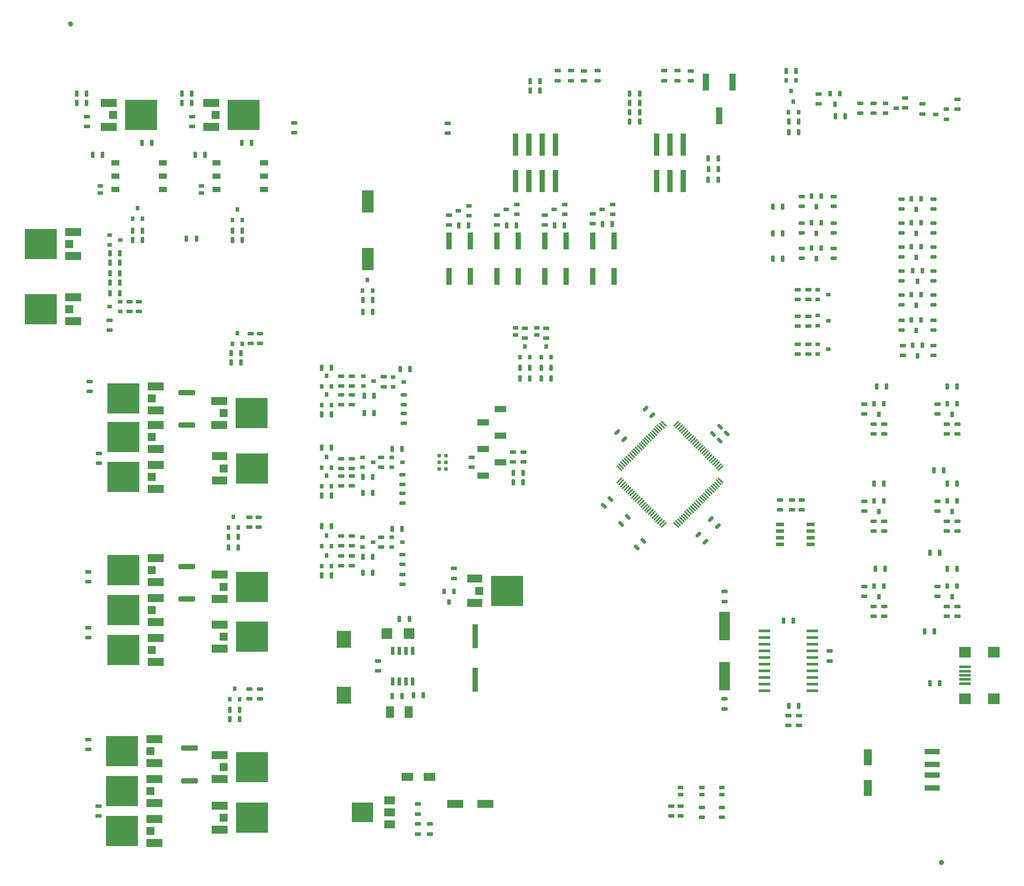
<source format=gtp>
G04*
G04 #@! TF.GenerationSoftware,Altium Limited,Altium Designer,19.0.10 (269)*
G04*
G04 Layer_Color=8421504*
%FSLAX25Y25*%
%MOIN*%
G70*
G01*
G75*
%ADD21R,0.09053X0.01967*%
%ADD22R,0.09053X0.07873*%
%ADD23C,0.03937*%
%ADD24R,0.08000X0.08000*%
%ADD25R,0.03150X0.03543*%
%ADD26R,0.03543X0.03150*%
%ADD27R,0.03000X0.04000*%
%ADD28R,0.04000X0.03000*%
G04:AMPARAMS|DCode=29|XSize=39.37mil|YSize=125.98mil|CornerRadius=9.84mil|HoleSize=0mil|Usage=FLASHONLY|Rotation=270.000|XOffset=0mil|YOffset=0mil|HoleType=Round|Shape=RoundedRectangle|*
%AMROUNDEDRECTD29*
21,1,0.03937,0.10630,0,0,270.0*
21,1,0.01968,0.12598,0,0,270.0*
1,1,0.01968,-0.05315,-0.00984*
1,1,0.01968,-0.05315,0.00984*
1,1,0.01968,0.05315,0.00984*
1,1,0.01968,0.05315,-0.00984*
%
%ADD29ROUNDEDRECTD29*%
%ADD30R,0.06299X0.12008*%
G04:AMPARAMS|DCode=31|XSize=27.56mil|YSize=49.21mil|CornerRadius=6.89mil|HoleSize=0mil|Usage=FLASHONLY|Rotation=90.000|XOffset=0mil|YOffset=0mil|HoleType=Round|Shape=RoundedRectangle|*
%AMROUNDEDRECTD31*
21,1,0.02756,0.03543,0,0,90.0*
21,1,0.01378,0.04921,0,0,90.0*
1,1,0.01378,0.01772,0.00689*
1,1,0.01378,0.01772,-0.00689*
1,1,0.01378,-0.01772,-0.00689*
1,1,0.01378,-0.01772,0.00689*
%
%ADD31ROUNDEDRECTD31*%
G04:AMPARAMS|DCode=32|XSize=27.56mil|YSize=49.21mil|CornerRadius=6.89mil|HoleSize=0mil|Usage=FLASHONLY|Rotation=180.000|XOffset=0mil|YOffset=0mil|HoleType=Round|Shape=RoundedRectangle|*
%AMROUNDEDRECTD32*
21,1,0.02756,0.03543,0,0,180.0*
21,1,0.01378,0.04921,0,0,180.0*
1,1,0.01378,-0.00689,0.01772*
1,1,0.01378,0.00689,0.01772*
1,1,0.01378,0.00689,-0.01772*
1,1,0.01378,-0.00689,-0.01772*
%
%ADD32ROUNDEDRECTD32*%
G04:AMPARAMS|DCode=33|XSize=27.56mil|YSize=49.21mil|CornerRadius=6.89mil|HoleSize=0mil|Usage=FLASHONLY|Rotation=45.000|XOffset=0mil|YOffset=0mil|HoleType=Round|Shape=RoundedRectangle|*
%AMROUNDEDRECTD33*
21,1,0.02756,0.03543,0,0,45.0*
21,1,0.01378,0.04921,0,0,45.0*
1,1,0.01378,0.01740,-0.00766*
1,1,0.01378,0.00766,-0.01740*
1,1,0.01378,-0.01740,0.00766*
1,1,0.01378,-0.00766,0.01740*
%
%ADD33ROUNDEDRECTD33*%
G04:AMPARAMS|DCode=34|XSize=27.56mil|YSize=49.21mil|CornerRadius=6.89mil|HoleSize=0mil|Usage=FLASHONLY|Rotation=315.000|XOffset=0mil|YOffset=0mil|HoleType=Round|Shape=RoundedRectangle|*
%AMROUNDEDRECTD34*
21,1,0.02756,0.03543,0,0,315.0*
21,1,0.01378,0.04921,0,0,315.0*
1,1,0.01378,-0.00766,-0.01740*
1,1,0.01378,-0.01740,-0.00766*
1,1,0.01378,0.00766,0.01740*
1,1,0.01378,0.01740,0.00766*
%
%ADD34ROUNDEDRECTD34*%
%ADD35R,0.12008X0.06299*%
%ADD36R,0.10984X0.12598*%
%ADD37R,0.24410X0.22835*%
%ADD38R,0.11811X0.06299*%
%ADD39R,0.06000X0.06299*%
%ADD40R,0.11339X0.04409*%
G04:AMPARAMS|DCode=41|XSize=12mil|YSize=56mil|CornerRadius=0mil|HoleSize=0mil|Usage=FLASHONLY|Rotation=45.000|XOffset=0mil|YOffset=0mil|HoleType=Round|Shape=Rectangle|*
%AMROTATEDRECTD41*
4,1,4,0.01556,-0.02404,-0.02404,0.01556,-0.01556,0.02404,0.02404,-0.01556,0.01556,-0.02404,0.0*
%
%ADD41ROTATEDRECTD41*%

%ADD42R,0.09055X0.02362*%
%ADD43R,0.07874X0.21654*%
%ADD44R,0.03937X0.16929*%
%ADD45R,0.09055X0.06300*%
%ADD46R,0.06000X0.09000*%
%ADD47R,0.04331X0.18307*%
%ADD48R,0.04000X0.02854*%
%ADD49R,0.09055X0.16929*%
%ADD50R,0.08661X0.05000*%
%ADD51R,0.04724X0.12992*%
%ADD52R,0.03937X0.12598*%
G04:AMPARAMS|DCode=53|XSize=12mil|YSize=56mil|CornerRadius=0mil|HoleSize=0mil|Usage=FLASHONLY|Rotation=315.000|XOffset=0mil|YOffset=0mil|HoleType=Round|Shape=Rectangle|*
%AMROTATEDRECTD53*
4,1,4,-0.02404,-0.01556,0.01556,0.02404,0.02404,0.01556,-0.01556,-0.02404,-0.02404,-0.01556,0.0*
%
%ADD53ROTATEDRECTD53*%

%ADD54R,0.08000X0.06000*%
%ADD55R,0.16000X0.15000*%
%ADD56R,0.03030X0.05910*%
%ADD57C,0.03100*%
%ADD58R,0.05984X0.03937*%
%ADD59R,0.05910X0.03030*%
%ADD60R,0.06000X0.06300*%
%ADD61R,0.12000X0.06300*%
D21*
X717500Y155147D02*
D03*
Y152000D02*
D03*
Y148853D02*
D03*
Y145707D02*
D03*
Y158293D02*
D03*
D22*
X717697Y169503D02*
D03*
X739330D02*
D03*
Y134497D02*
D03*
X717697D02*
D03*
D23*
X45500Y641500D02*
D03*
X700000Y11500D02*
D03*
D24*
X283460Y183500D02*
D03*
X300000D02*
D03*
D25*
X588803Y583104D02*
D03*
X585066Y575171D02*
D03*
X592540D02*
D03*
X268763Y448933D02*
D03*
X265027Y441000D02*
D03*
X272500D02*
D03*
X587000Y591033D02*
D03*
X590737Y598967D02*
D03*
X583263D02*
D03*
X390737Y391033D02*
D03*
X383263D02*
D03*
X387000Y398967D02*
D03*
X403000D02*
D03*
X399263Y391033D02*
D03*
X406737D02*
D03*
X238000Y241967D02*
D03*
X234263Y234033D02*
D03*
X241737D02*
D03*
Y249033D02*
D03*
X234263D02*
D03*
X238000Y256967D02*
D03*
Y301967D02*
D03*
X234263Y294033D02*
D03*
X241737D02*
D03*
X172737Y134033D02*
D03*
X165263D02*
D03*
X169000Y141967D02*
D03*
X241737Y308033D02*
D03*
X234263D02*
D03*
X238000Y315967D02*
D03*
X168000Y270967D02*
D03*
X164263Y263033D02*
D03*
X171737D02*
D03*
X238000Y362967D02*
D03*
X234263Y355033D02*
D03*
X241737D02*
D03*
X174737Y401033D02*
D03*
X167263D02*
D03*
X171000Y408967D02*
D03*
X241737Y369033D02*
D03*
X234263D02*
D03*
X238000Y376967D02*
D03*
X96000Y502967D02*
D03*
X92263Y495033D02*
D03*
X99737D02*
D03*
X174737Y494033D02*
D03*
X167263D02*
D03*
X171000Y501967D02*
D03*
D26*
X614967Y397000D02*
D03*
X607033Y400737D02*
D03*
Y393263D02*
D03*
X615000Y418500D02*
D03*
X607067Y422237D02*
D03*
Y414763D02*
D03*
X615000Y438000D02*
D03*
X607067Y441737D02*
D03*
Y434263D02*
D03*
X287033Y248263D02*
D03*
Y255737D02*
D03*
X294967Y252000D02*
D03*
X75033Y475263D02*
D03*
Y482737D02*
D03*
X82967Y479000D02*
D03*
X272967Y252000D02*
D03*
X265033Y255737D02*
D03*
Y248263D02*
D03*
X75033Y429000D02*
D03*
X82967Y425263D02*
D03*
Y432737D02*
D03*
X287033Y308263D02*
D03*
Y315737D02*
D03*
X294967Y312000D02*
D03*
X272967D02*
D03*
X265033Y315737D02*
D03*
Y308263D02*
D03*
X288000Y368527D02*
D03*
Y376000D02*
D03*
X295933Y372263D02*
D03*
X273467Y373000D02*
D03*
X265533Y376737D02*
D03*
Y369263D02*
D03*
D27*
X677250Y510000D02*
D03*
X684750D02*
D03*
X681000Y502000D02*
D03*
Y484000D02*
D03*
X684750Y492000D02*
D03*
X677250D02*
D03*
Y474000D02*
D03*
X684750D02*
D03*
X681000Y466000D02*
D03*
X682000Y448000D02*
D03*
X685750Y456000D02*
D03*
X678250D02*
D03*
X677250Y438000D02*
D03*
X684750D02*
D03*
X681000Y430000D02*
D03*
Y411000D02*
D03*
X684750Y419000D02*
D03*
X677250D02*
D03*
X678250Y400000D02*
D03*
X685750D02*
D03*
X682000Y392000D02*
D03*
X606000Y504000D02*
D03*
X609750Y512000D02*
D03*
X602250D02*
D03*
Y492000D02*
D03*
X609750D02*
D03*
X606000Y484000D02*
D03*
Y465000D02*
D03*
X609750Y473000D02*
D03*
X602250D02*
D03*
X616211Y589000D02*
D03*
X623710D02*
D03*
X619960Y581000D02*
D03*
X708000Y211000D02*
D03*
X711750Y219000D02*
D03*
X704250D02*
D03*
X649250D02*
D03*
X656750D02*
D03*
X653000Y211000D02*
D03*
Y275000D02*
D03*
X656750Y283000D02*
D03*
X649250D02*
D03*
X704250D02*
D03*
X711750D02*
D03*
X708000Y275000D02*
D03*
X653000Y348000D02*
D03*
X656750Y356000D02*
D03*
X649250D02*
D03*
X704250D02*
D03*
X711750D02*
D03*
X708000Y348000D02*
D03*
X326250Y215000D02*
D03*
X333750D02*
D03*
X330000Y207000D02*
D03*
D28*
X703500Y577250D02*
D03*
Y569750D02*
D03*
X695500Y573500D02*
D03*
X337000Y501000D02*
D03*
X345000Y497250D02*
D03*
Y504750D02*
D03*
X381000Y505750D02*
D03*
Y498250D02*
D03*
X373000Y502000D02*
D03*
X409000D02*
D03*
X417000Y498250D02*
D03*
Y505750D02*
D03*
X658000Y574250D02*
D03*
Y581750D02*
D03*
X666000Y578000D02*
D03*
X445000Y502000D02*
D03*
X453000Y498250D02*
D03*
Y505750D02*
D03*
D29*
X133000Y233705D02*
D03*
Y209295D02*
D03*
Y340091D02*
D03*
Y364500D02*
D03*
X135000Y72795D02*
D03*
Y97205D02*
D03*
D30*
X644500Y90185D02*
D03*
Y67350D02*
D03*
D31*
X694000Y509740D02*
D03*
Y502260D02*
D03*
Y484260D02*
D03*
Y491740D02*
D03*
Y473740D02*
D03*
Y466260D02*
D03*
Y448260D02*
D03*
Y455740D02*
D03*
Y437740D02*
D03*
Y430260D02*
D03*
Y411260D02*
D03*
Y418740D02*
D03*
Y399740D02*
D03*
Y392260D02*
D03*
X619000Y511740D02*
D03*
Y504260D02*
D03*
Y484260D02*
D03*
Y491740D02*
D03*
Y472740D02*
D03*
Y465260D02*
D03*
X213500Y567177D02*
D03*
Y559697D02*
D03*
X329000Y566740D02*
D03*
Y559260D02*
D03*
X593000Y121740D02*
D03*
Y114260D02*
D03*
X537039Y214992D02*
D03*
Y207512D02*
D03*
X616000Y162823D02*
D03*
Y170303D02*
D03*
X537000Y126760D02*
D03*
Y134240D02*
D03*
X386000Y312323D02*
D03*
Y319803D02*
D03*
X347000Y315740D02*
D03*
Y308260D02*
D03*
X578500Y283740D02*
D03*
Y276260D02*
D03*
X276500Y155260D02*
D03*
Y162740D02*
D03*
X315500Y32760D02*
D03*
Y40240D02*
D03*
X59000Y96260D02*
D03*
Y103740D02*
D03*
X66500Y46260D02*
D03*
Y53740D02*
D03*
X59000Y222260D02*
D03*
Y229740D02*
D03*
Y180260D02*
D03*
Y187740D02*
D03*
X60000Y365260D02*
D03*
Y372740D02*
D03*
X67000Y311260D02*
D03*
Y318740D02*
D03*
X704000Y203740D02*
D03*
Y196260D02*
D03*
X649000D02*
D03*
Y203740D02*
D03*
Y267740D02*
D03*
Y260260D02*
D03*
X704000D02*
D03*
Y267740D02*
D03*
X649000Y340740D02*
D03*
Y333260D02*
D03*
X704000D02*
D03*
Y340740D02*
D03*
X378000Y319803D02*
D03*
Y312323D02*
D03*
X672500Y578197D02*
D03*
Y585677D02*
D03*
X511500Y598697D02*
D03*
Y606177D02*
D03*
X501500Y598823D02*
D03*
Y606303D02*
D03*
X491500Y598823D02*
D03*
Y606303D02*
D03*
X441500Y598823D02*
D03*
Y606303D02*
D03*
X431461Y598661D02*
D03*
Y606142D02*
D03*
X421500Y598823D02*
D03*
Y606303D02*
D03*
X411500Y598827D02*
D03*
Y606307D02*
D03*
X497000Y46260D02*
D03*
Y53740D02*
D03*
X333500Y224760D02*
D03*
Y232240D02*
D03*
X137000Y564260D02*
D03*
Y571740D02*
D03*
X58000Y564260D02*
D03*
Y571740D02*
D03*
X712000Y333260D02*
D03*
Y340740D02*
D03*
X657000Y333260D02*
D03*
Y340740D02*
D03*
X697000Y348260D02*
D03*
Y355740D02*
D03*
X642000Y348260D02*
D03*
Y355740D02*
D03*
X712000Y260260D02*
D03*
Y267740D02*
D03*
X657000Y260260D02*
D03*
Y267740D02*
D03*
X697000Y275260D02*
D03*
Y282740D02*
D03*
X642000Y275260D02*
D03*
Y282740D02*
D03*
X657000Y196260D02*
D03*
Y203740D02*
D03*
X712000Y196260D02*
D03*
Y203740D02*
D03*
X642000Y211260D02*
D03*
Y218740D02*
D03*
X697000Y211260D02*
D03*
Y218740D02*
D03*
X607500Y581260D02*
D03*
Y588740D02*
D03*
X249000Y376740D02*
D03*
Y369260D02*
D03*
X257000D02*
D03*
Y376740D02*
D03*
X281000Y376240D02*
D03*
Y368760D02*
D03*
X181000Y408740D02*
D03*
Y401260D02*
D03*
X296000Y362740D02*
D03*
Y355260D02*
D03*
X249000Y362740D02*
D03*
Y355260D02*
D03*
X188000Y401260D02*
D03*
Y408740D02*
D03*
X296000Y341260D02*
D03*
Y348740D02*
D03*
X257000Y362740D02*
D03*
Y355260D02*
D03*
X180000Y270740D02*
D03*
Y263260D02*
D03*
X249000Y314740D02*
D03*
Y307260D02*
D03*
X187000Y263260D02*
D03*
Y270740D02*
D03*
X257000Y307260D02*
D03*
Y314740D02*
D03*
X279000Y315740D02*
D03*
Y308260D02*
D03*
X180000Y141740D02*
D03*
Y134260D02*
D03*
X295000Y302740D02*
D03*
Y295260D02*
D03*
X249000Y301740D02*
D03*
Y294260D02*
D03*
X295000Y281260D02*
D03*
Y288740D02*
D03*
X257000Y301740D02*
D03*
Y294260D02*
D03*
X188000Y134260D02*
D03*
Y141740D02*
D03*
X90000Y425260D02*
D03*
Y432740D02*
D03*
X97000D02*
D03*
Y425260D02*
D03*
X249000Y256740D02*
D03*
Y249260D02*
D03*
X75000Y411260D02*
D03*
Y418740D02*
D03*
X257000Y249260D02*
D03*
Y256740D02*
D03*
X279000Y255740D02*
D03*
Y248260D02*
D03*
X295000Y242740D02*
D03*
Y235260D02*
D03*
X249000Y241740D02*
D03*
Y234260D02*
D03*
X295000Y220260D02*
D03*
Y227740D02*
D03*
X257000Y241740D02*
D03*
Y234260D02*
D03*
X535000Y45260D02*
D03*
Y52740D02*
D03*
X520000Y45260D02*
D03*
Y52740D02*
D03*
X504000Y46260D02*
D03*
Y53740D02*
D03*
X306500Y40240D02*
D03*
Y32760D02*
D03*
Y55240D02*
D03*
Y47760D02*
D03*
X587500Y283740D02*
D03*
Y276260D02*
D03*
X595000Y283740D02*
D03*
Y276260D02*
D03*
X403000Y412740D02*
D03*
Y405260D02*
D03*
X330000Y497740D02*
D03*
Y490260D02*
D03*
X366000Y497740D02*
D03*
Y490260D02*
D03*
X387000Y412740D02*
D03*
Y405260D02*
D03*
X402000Y497740D02*
D03*
Y490260D02*
D03*
X438000Y498740D02*
D03*
Y491260D02*
D03*
X585000Y114260D02*
D03*
Y121740D02*
D03*
X685500Y573760D02*
D03*
Y581240D02*
D03*
X712000Y577197D02*
D03*
Y584677D02*
D03*
X639000Y574260D02*
D03*
Y581740D02*
D03*
X649000Y574197D02*
D03*
Y581677D02*
D03*
X600000Y400740D02*
D03*
Y393260D02*
D03*
Y421740D02*
D03*
Y414260D02*
D03*
Y441740D02*
D03*
Y434260D02*
D03*
X592000Y393260D02*
D03*
Y400740D02*
D03*
Y414260D02*
D03*
Y421740D02*
D03*
Y434260D02*
D03*
Y441740D02*
D03*
X595000Y465260D02*
D03*
Y472740D02*
D03*
Y484260D02*
D03*
Y491740D02*
D03*
Y504260D02*
D03*
Y511740D02*
D03*
X671000Y392260D02*
D03*
Y399740D02*
D03*
X670000Y411260D02*
D03*
Y418740D02*
D03*
Y430260D02*
D03*
Y437740D02*
D03*
Y448260D02*
D03*
Y455740D02*
D03*
Y466260D02*
D03*
Y473740D02*
D03*
Y484260D02*
D03*
Y491740D02*
D03*
Y502260D02*
D03*
Y509740D02*
D03*
D32*
X588740Y193000D02*
D03*
X581260D02*
D03*
X452740Y491000D02*
D03*
X445260D02*
D03*
X409260Y490000D02*
D03*
X416740D02*
D03*
X380740D02*
D03*
X373260D02*
D03*
X337260D02*
D03*
X344740D02*
D03*
X583260Y606000D02*
D03*
X590740D02*
D03*
X627740Y572000D02*
D03*
X620260D02*
D03*
X50260Y589000D02*
D03*
X57740D02*
D03*
X129260D02*
D03*
X136740D02*
D03*
X265260Y425000D02*
D03*
X272740D02*
D03*
X167260Y486000D02*
D03*
X174740D02*
D03*
Y479000D02*
D03*
X167260D02*
D03*
X181740Y552000D02*
D03*
X174260D02*
D03*
X129260Y582000D02*
D03*
X136740D02*
D03*
X139260Y543000D02*
D03*
X146740D02*
D03*
X92260Y486000D02*
D03*
X99740D02*
D03*
Y479000D02*
D03*
X92260D02*
D03*
X106740Y552000D02*
D03*
X99260D02*
D03*
X57740Y582000D02*
D03*
X50260D02*
D03*
X62260Y543000D02*
D03*
X69740D02*
D03*
X711740Y369000D02*
D03*
X704260D02*
D03*
X658740D02*
D03*
X651260D02*
D03*
X701740Y306000D02*
D03*
X694260D02*
D03*
X711740Y296000D02*
D03*
X704260D02*
D03*
X656740D02*
D03*
X649260D02*
D03*
X698740Y244000D02*
D03*
X691260D02*
D03*
X657740Y232000D02*
D03*
X650260D02*
D03*
X711740D02*
D03*
X704260D02*
D03*
X694740Y185000D02*
D03*
X687260D02*
D03*
X585260Y568000D02*
D03*
X592740D02*
D03*
X585260Y560000D02*
D03*
X592740D02*
D03*
X273740Y362000D02*
D03*
X266260D02*
D03*
X166260Y394000D02*
D03*
X173740D02*
D03*
X266260Y349000D02*
D03*
X273740D02*
D03*
X234260Y348000D02*
D03*
X241740D02*
D03*
X173740Y387000D02*
D03*
X166260D02*
D03*
X300740Y382000D02*
D03*
X293260D02*
D03*
X241740Y383000D02*
D03*
X234260D02*
D03*
X164260Y256000D02*
D03*
X171740D02*
D03*
Y248000D02*
D03*
X164260D02*
D03*
X272740Y301000D02*
D03*
X265260D02*
D03*
Y289000D02*
D03*
X272740D02*
D03*
X234260Y287000D02*
D03*
X241740D02*
D03*
X165260Y126000D02*
D03*
X172740D02*
D03*
X294740Y322000D02*
D03*
X287260D02*
D03*
X241740Y323000D02*
D03*
X234260D02*
D03*
X172740Y119000D02*
D03*
X165260D02*
D03*
X75260Y439000D02*
D03*
X82740D02*
D03*
X272740Y241000D02*
D03*
X265260D02*
D03*
X75260Y454000D02*
D03*
X82740D02*
D03*
Y447000D02*
D03*
X75260D02*
D03*
X265260Y229000D02*
D03*
X272740D02*
D03*
X234260Y227000D02*
D03*
X241740D02*
D03*
X82740Y462000D02*
D03*
X75260D02*
D03*
X294740Y262000D02*
D03*
X287260D02*
D03*
X241740Y264000D02*
D03*
X234260D02*
D03*
X82740Y469000D02*
D03*
X75260D02*
D03*
X303260Y137000D02*
D03*
X310740D02*
D03*
X294740Y136500D02*
D03*
X287260D02*
D03*
X300240Y194500D02*
D03*
X292760D02*
D03*
X399260Y383000D02*
D03*
X406740D02*
D03*
Y375000D02*
D03*
X399260D02*
D03*
X383260Y383000D02*
D03*
X390740D02*
D03*
Y375000D02*
D03*
X383260D02*
D03*
X385740Y297000D02*
D03*
X378260D02*
D03*
X385740Y304000D02*
D03*
X378260D02*
D03*
X265260Y434000D02*
D03*
X272740D02*
D03*
X532177Y540500D02*
D03*
X524697D02*
D03*
X532312Y532500D02*
D03*
X524831D02*
D03*
X532240Y524500D02*
D03*
X524760D02*
D03*
X132760Y480000D02*
D03*
X140240D02*
D03*
X691260Y146000D02*
D03*
X698740D02*
D03*
X585260Y129000D02*
D03*
X592740D02*
D03*
X573260Y465000D02*
D03*
X580740D02*
D03*
X573260Y484000D02*
D03*
X580740D02*
D03*
X573260Y504000D02*
D03*
X580740D02*
D03*
X473240Y568000D02*
D03*
X465760D02*
D03*
X473240Y589000D02*
D03*
X465760D02*
D03*
X473240Y575000D02*
D03*
X465760D02*
D03*
X473213Y582000D02*
D03*
X465732D02*
D03*
X390859Y598460D02*
D03*
X398339D02*
D03*
X390859Y591461D02*
D03*
X398339D02*
D03*
D33*
X538645Y333645D02*
D03*
X533355Y328355D02*
D03*
X459184Y265684D02*
D03*
X464473Y270973D02*
D03*
X476145Y253145D02*
D03*
X470855Y247855D02*
D03*
X528355Y333355D02*
D03*
X533645Y338645D02*
D03*
X446184Y279184D02*
D03*
X451473Y284473D02*
D03*
D34*
X477527Y352473D02*
D03*
X482816Y347184D02*
D03*
X461645Y329355D02*
D03*
X456355Y334645D02*
D03*
X531973Y264027D02*
D03*
X526684Y269316D02*
D03*
X522645Y252355D02*
D03*
X517355Y257645D02*
D03*
D35*
X334583Y55500D02*
D03*
X357417D02*
D03*
D36*
X251000Y178866D02*
D03*
Y137134D02*
D03*
D37*
X182000Y307504D02*
D03*
X373811Y215500D02*
D03*
X85189Y360000D02*
D03*
Y301000D02*
D03*
X181811Y349000D02*
D03*
X85189Y331000D02*
D03*
Y231000D02*
D03*
X175811Y573000D02*
D03*
X98811D02*
D03*
X182000Y218500D02*
D03*
X85189Y201000D02*
D03*
Y171000D02*
D03*
X182000Y181000D02*
D03*
X84189Y95000D02*
D03*
X23189Y427000D02*
D03*
Y476000D02*
D03*
X182000Y45000D02*
D03*
X84189Y35000D02*
D03*
Y65000D02*
D03*
X182000Y83000D02*
D03*
D38*
X157591Y298488D02*
D03*
Y316519D02*
D03*
X349402Y224516D02*
D03*
Y206484D02*
D03*
D39*
X160689Y307504D02*
D03*
X352500Y215500D02*
D03*
D40*
X693000Y84937D02*
D03*
Y94779D02*
D03*
Y67220D02*
D03*
Y77063D02*
D03*
D41*
X507692Y271821D02*
D03*
X509084Y273212D02*
D03*
X491267Y341139D02*
D03*
X489875Y339747D02*
D03*
X488483Y338355D02*
D03*
X487092Y336963D02*
D03*
X485700Y335571D02*
D03*
X484308Y334180D02*
D03*
X482916Y332788D02*
D03*
X481524Y331396D02*
D03*
X480132Y330004D02*
D03*
X478740Y328612D02*
D03*
X477348Y327220D02*
D03*
X475956Y325828D02*
D03*
X474564Y324436D02*
D03*
X473172Y323044D02*
D03*
X471780Y321652D02*
D03*
X470388Y320260D02*
D03*
X468996Y318868D02*
D03*
X467604Y317476D02*
D03*
X466212Y316084D02*
D03*
X464820Y314692D02*
D03*
X463429Y313300D02*
D03*
X462037Y311908D02*
D03*
X460645Y310517D02*
D03*
X459253Y309125D02*
D03*
X457861Y307733D02*
D03*
X500733Y264861D02*
D03*
X502125Y266253D02*
D03*
X503516Y267645D02*
D03*
X504908Y269037D02*
D03*
X506300Y270429D02*
D03*
X510476Y274604D02*
D03*
X514652Y278780D02*
D03*
X516044Y280172D02*
D03*
X517436Y281564D02*
D03*
X518828Y282956D02*
D03*
X520220Y284348D02*
D03*
X521612Y285740D02*
D03*
X523004Y287132D02*
D03*
X524396Y288524D02*
D03*
X525788Y289916D02*
D03*
X527179Y291308D02*
D03*
X528571Y292700D02*
D03*
X529963Y294092D02*
D03*
X531355Y295484D02*
D03*
X532747Y296875D02*
D03*
X534139Y298267D02*
D03*
X513260Y277388D02*
D03*
X511868Y275996D02*
D03*
D42*
X602972Y175500D02*
D03*
Y180500D02*
D03*
X567028Y185500D02*
D03*
Y180500D02*
D03*
Y175500D02*
D03*
Y170500D02*
D03*
Y165500D02*
D03*
Y160500D02*
D03*
Y155500D02*
D03*
Y150500D02*
D03*
Y145500D02*
D03*
Y140500D02*
D03*
X602972Y185500D02*
D03*
Y170500D02*
D03*
Y165500D02*
D03*
Y160500D02*
D03*
Y155500D02*
D03*
Y150500D02*
D03*
Y145500D02*
D03*
Y140500D02*
D03*
D43*
X537039Y188897D02*
D03*
Y151496D02*
D03*
D44*
X380000Y523417D02*
D03*
X390000D02*
D03*
X400000D02*
D03*
X410000D02*
D03*
D03*
X380000Y550583D02*
D03*
X390000D02*
D03*
X400000D02*
D03*
X410000D02*
D03*
X506000Y550665D02*
D03*
X496000D02*
D03*
X486000D02*
D03*
D03*
X506000Y523500D02*
D03*
X496000D02*
D03*
X486000D02*
D03*
D45*
X298535Y75550D02*
D03*
X315465D02*
D03*
D46*
X285500Y124500D02*
D03*
X299500D02*
D03*
D47*
X349500Y148563D02*
D03*
Y181437D02*
D03*
D48*
X144000Y519717D02*
D03*
Y514284D02*
D03*
X396000Y413000D02*
D03*
Y407567D02*
D03*
X380000Y413000D02*
D03*
Y407567D02*
D03*
X68000Y514284D02*
D03*
Y519717D02*
D03*
X535000Y67716D02*
D03*
Y62283D02*
D03*
X520000Y67716D02*
D03*
Y62283D02*
D03*
X504000Y67716D02*
D03*
Y62283D02*
D03*
D49*
X269000Y464693D02*
D03*
Y508000D02*
D03*
D50*
X368496Y352000D02*
D03*
X355504Y342000D02*
D03*
X368496Y332000D02*
D03*
X355504Y322000D02*
D03*
X368496Y312000D02*
D03*
X355504Y302000D02*
D03*
D03*
D51*
X523000Y597697D02*
D03*
X543000D02*
D03*
X533000Y572500D02*
D03*
D52*
X345874Y451614D02*
D03*
Y478386D02*
D03*
X330126Y451614D02*
D03*
Y478386D02*
D03*
X366126D02*
D03*
Y451614D02*
D03*
X381874Y478386D02*
D03*
Y451614D02*
D03*
X438126Y478386D02*
D03*
Y451614D02*
D03*
X453874Y478386D02*
D03*
Y451614D02*
D03*
X402126Y478386D02*
D03*
Y451614D02*
D03*
X417874Y478386D02*
D03*
Y451614D02*
D03*
D53*
X534139Y307733D02*
D03*
X532747Y309125D02*
D03*
X531355Y310517D02*
D03*
X529963Y311908D02*
D03*
X525788Y316084D02*
D03*
X528571Y313300D02*
D03*
X457861Y298267D02*
D03*
X459253Y296875D02*
D03*
X460645Y295484D02*
D03*
X462037Y294092D02*
D03*
X463429Y292700D02*
D03*
X464820Y291308D02*
D03*
X466212Y289916D02*
D03*
X467604Y288524D02*
D03*
X468996Y287132D02*
D03*
X470388Y285740D02*
D03*
X471780Y284348D02*
D03*
X473172Y282956D02*
D03*
X474564Y281564D02*
D03*
X475956Y280172D02*
D03*
X477348Y278780D02*
D03*
X478740Y277388D02*
D03*
X480132Y275996D02*
D03*
X481524Y274604D02*
D03*
X482916Y273212D02*
D03*
X484308Y271821D02*
D03*
X485700Y270429D02*
D03*
X487092Y269037D02*
D03*
X488484Y267645D02*
D03*
X489875Y266253D02*
D03*
X491267Y264861D02*
D03*
X521612Y320260D02*
D03*
X520220Y321652D02*
D03*
X518828Y323044D02*
D03*
X517436Y324436D02*
D03*
X516044Y325828D02*
D03*
X514652Y327220D02*
D03*
X511868Y330004D02*
D03*
X510476Y331396D02*
D03*
X509084Y332788D02*
D03*
X503516Y338355D02*
D03*
X502125Y339747D02*
D03*
X500733Y341139D02*
D03*
X524396Y317476D02*
D03*
X523004Y318868D02*
D03*
X527179Y314692D02*
D03*
X507692Y334180D02*
D03*
X506300Y335571D02*
D03*
X504908Y336963D02*
D03*
X513260Y328612D02*
D03*
D54*
X285250Y39940D02*
D03*
Y49000D02*
D03*
Y58060D02*
D03*
D55*
X265000Y49000D02*
D03*
D56*
X287500Y147500D02*
D03*
X292500D02*
D03*
X297500D02*
D03*
X302500D02*
D03*
Y170500D02*
D03*
X297500D02*
D03*
X292500D02*
D03*
X287500D02*
D03*
D57*
X327500Y317000D02*
D03*
Y312000D02*
D03*
X322500Y317000D02*
D03*
Y312000D02*
D03*
Y307000D02*
D03*
X327500D02*
D03*
D58*
X155492Y537000D02*
D03*
X155394Y526961D02*
D03*
Y517020D02*
D03*
X191122Y537000D02*
D03*
Y526961D02*
D03*
Y517020D02*
D03*
X115122D02*
D03*
Y526961D02*
D03*
Y537000D02*
D03*
X79394Y517020D02*
D03*
Y526961D02*
D03*
X79492Y537000D02*
D03*
D59*
X601500Y265500D02*
D03*
Y260500D02*
D03*
Y255500D02*
D03*
Y250500D02*
D03*
X578500D02*
D03*
Y255500D02*
D03*
Y260500D02*
D03*
Y265500D02*
D03*
D60*
X106500Y360000D02*
D03*
Y301000D02*
D03*
X160500Y349000D02*
D03*
X106500Y331000D02*
D03*
Y231000D02*
D03*
X154500Y573000D02*
D03*
X77500D02*
D03*
X160689Y218500D02*
D03*
X106500Y201000D02*
D03*
Y171000D02*
D03*
X160689Y181000D02*
D03*
X105500Y95000D02*
D03*
X44500Y427000D02*
D03*
Y476000D02*
D03*
X160689Y45000D02*
D03*
X105500Y35000D02*
D03*
Y65000D02*
D03*
X160689Y83000D02*
D03*
D61*
X109598Y350984D02*
D03*
Y369016D02*
D03*
Y291984D02*
D03*
Y310016D02*
D03*
X157402Y358016D02*
D03*
Y339984D02*
D03*
X109598Y321984D02*
D03*
Y340016D02*
D03*
Y221984D02*
D03*
Y240016D02*
D03*
X151402Y582016D02*
D03*
Y563984D02*
D03*
X74402Y582016D02*
D03*
Y563984D02*
D03*
X157591Y227516D02*
D03*
Y209484D02*
D03*
X109598Y191984D02*
D03*
Y210016D02*
D03*
Y161984D02*
D03*
Y180016D02*
D03*
X157591Y190016D02*
D03*
Y171984D02*
D03*
X108598Y85984D02*
D03*
Y104016D02*
D03*
X47598Y417984D02*
D03*
Y436016D02*
D03*
Y466984D02*
D03*
Y485016D02*
D03*
X157591Y54016D02*
D03*
Y35984D02*
D03*
X108598Y25984D02*
D03*
Y44016D02*
D03*
Y55984D02*
D03*
Y74016D02*
D03*
X157591Y92016D02*
D03*
Y73984D02*
D03*
M02*

</source>
